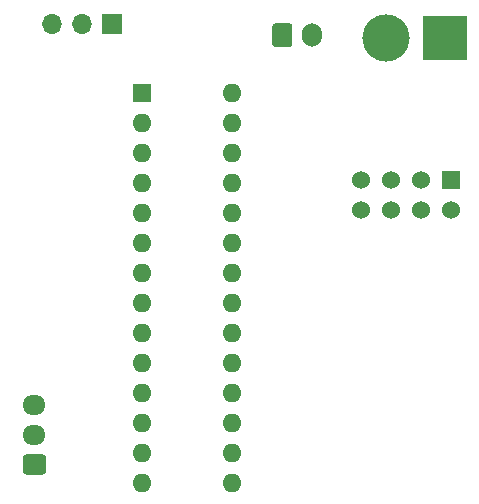
<source format=gbr>
G04 #@! TF.GenerationSoftware,KiCad,Pcbnew,5.1.6-c6e7f7d~87~ubuntu20.04.1*
G04 #@! TF.CreationDate,2020-10-16T00:20:04+02:00*
G04 #@! TF.ProjectId,soil_humidity_module,736f696c-5f68-4756-9d69-646974795f6d,rev?*
G04 #@! TF.SameCoordinates,Original*
G04 #@! TF.FileFunction,Soldermask,Bot*
G04 #@! TF.FilePolarity,Negative*
%FSLAX46Y46*%
G04 Gerber Fmt 4.6, Leading zero omitted, Abs format (unit mm)*
G04 Created by KiCad (PCBNEW 5.1.6-c6e7f7d~87~ubuntu20.04.1) date 2020-10-16 00:20:04*
%MOMM*%
%LPD*%
G01*
G04 APERTURE LIST*
%ADD10R,3.800000X3.800000*%
%ADD11C,4.000000*%
%ADD12O,1.950000X1.700000*%
%ADD13O,1.700000X2.000000*%
%ADD14R,1.700000X1.700000*%
%ADD15O,1.700000X1.700000*%
%ADD16C,1.524000*%
%ADD17R,1.524000X1.524000*%
%ADD18R,1.600000X1.600000*%
%ADD19O,1.600000X1.600000*%
G04 APERTURE END LIST*
D10*
X171450000Y-88595200D03*
D11*
X166450000Y-88595200D03*
D12*
X136652000Y-119714000D03*
X136652000Y-122214000D03*
G36*
G01*
X137377000Y-125564000D02*
X135927000Y-125564000D01*
G75*
G02*
X135677000Y-125314000I0J250000D01*
G01*
X135677000Y-124114000D01*
G75*
G02*
X135927000Y-123864000I250000J0D01*
G01*
X137377000Y-123864000D01*
G75*
G02*
X137627000Y-124114000I0J-250000D01*
G01*
X137627000Y-125314000D01*
G75*
G02*
X137377000Y-125564000I-250000J0D01*
G01*
G37*
D13*
X160132400Y-88366600D03*
G36*
G01*
X156782400Y-89116600D02*
X156782400Y-87616600D01*
G75*
G02*
X157032400Y-87366600I250000J0D01*
G01*
X158232400Y-87366600D01*
G75*
G02*
X158482400Y-87616600I0J-250000D01*
G01*
X158482400Y-89116600D01*
G75*
G02*
X158232400Y-89366600I-250000J0D01*
G01*
X157032400Y-89366600D01*
G75*
G02*
X156782400Y-89116600I0J250000D01*
G01*
G37*
D14*
X143256000Y-87376000D03*
D15*
X140716000Y-87376000D03*
X138176000Y-87376000D03*
D16*
X164338000Y-103124000D03*
X164338000Y-100584000D03*
X166878000Y-103124000D03*
X166878000Y-100584000D03*
X169418000Y-103124000D03*
X169418000Y-100584000D03*
X171958000Y-103124000D03*
D17*
X171958000Y-100584000D03*
D18*
X145796000Y-93218000D03*
D19*
X153416000Y-126238000D03*
X145796000Y-95758000D03*
X153416000Y-123698000D03*
X145796000Y-98298000D03*
X153416000Y-121158000D03*
X145796000Y-100838000D03*
X153416000Y-118618000D03*
X145796000Y-103378000D03*
X153416000Y-116078000D03*
X145796000Y-105918000D03*
X153416000Y-113538000D03*
X145796000Y-108458000D03*
X153416000Y-110998000D03*
X145796000Y-110998000D03*
X153416000Y-108458000D03*
X145796000Y-113538000D03*
X153416000Y-105918000D03*
X145796000Y-116078000D03*
X153416000Y-103378000D03*
X145796000Y-118618000D03*
X153416000Y-100838000D03*
X145796000Y-121158000D03*
X153416000Y-98298000D03*
X145796000Y-123698000D03*
X153416000Y-95758000D03*
X145796000Y-126238000D03*
X153416000Y-93218000D03*
M02*

</source>
